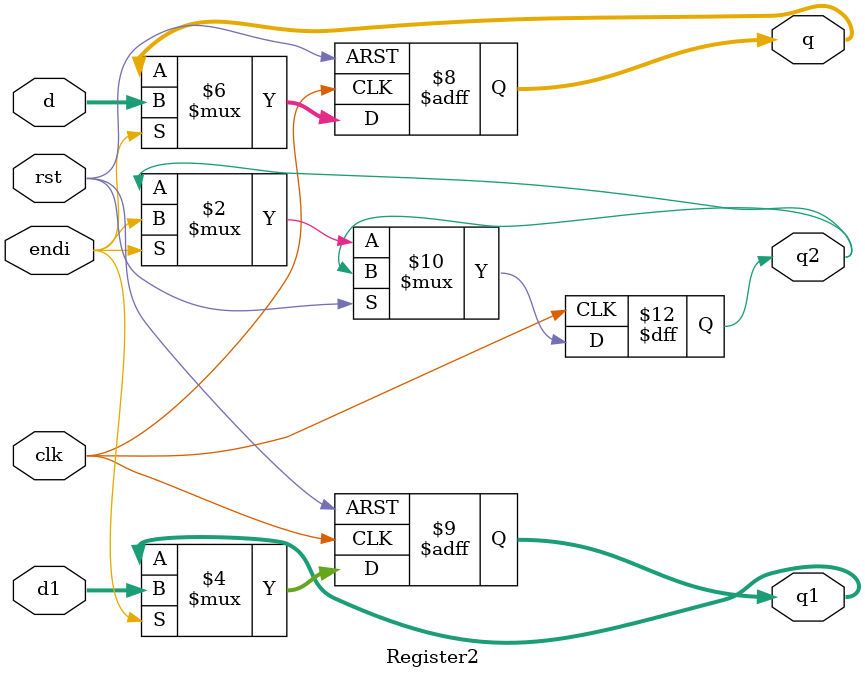
<source format=v>
module Register2 (
    input wire clk,
    input wire rst,
    input wire endi,
    input wire [3:0] d,
    input wire [7:0] d1,
    output reg [3:0] q,
    output reg [7:0] q1,
    output reg q2
);

always @(posedge clk or posedge rst) begin
    if (rst) begin
        q <= 4'b0;
        q1 <= 8'b0;
    end else if (endi) begin
        q <= d;
        q1 <= d1;
	q2 <=endi;
    end
end

endmodule

</source>
